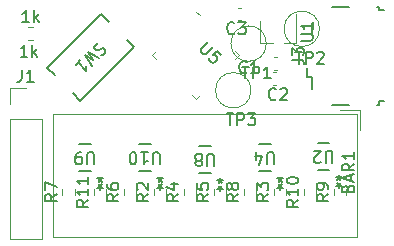
<source format=gbr>
%TF.GenerationSoftware,KiCad,Pcbnew,9.0.3*%
%TF.CreationDate,2025-08-22T13:27:39-06:00*%
%TF.ProjectId,SWAG_BAR_LED_ARM,53574147-5f42-4415-925f-4c45445f4152,rev?*%
%TF.SameCoordinates,Original*%
%TF.FileFunction,Legend,Top*%
%TF.FilePolarity,Positive*%
%FSLAX46Y46*%
G04 Gerber Fmt 4.6, Leading zero omitted, Abs format (unit mm)*
G04 Created by KiCad (PCBNEW 9.0.3) date 2025-08-22 13:27:39*
%MOMM*%
%LPD*%
G01*
G04 APERTURE LIST*
%ADD10C,0.150000*%
%ADD11C,0.120000*%
%ADD12C,0.152400*%
G04 APERTURE END LIST*
D10*
X78570152Y-93825219D02*
X77998724Y-93825219D01*
X78284438Y-93825219D02*
X78284438Y-92825219D01*
X78284438Y-92825219D02*
X78189200Y-92968076D01*
X78189200Y-92968076D02*
X78093962Y-93063314D01*
X78093962Y-93063314D02*
X77998724Y-93110933D01*
X78998724Y-93825219D02*
X78998724Y-92825219D01*
X79093962Y-93444266D02*
X79379676Y-93825219D01*
X79379676Y-93158552D02*
X78998724Y-93539504D01*
X95438095Y-98604819D02*
X96009523Y-98604819D01*
X95723809Y-99604819D02*
X95723809Y-98604819D01*
X96342857Y-99604819D02*
X96342857Y-98604819D01*
X96342857Y-98604819D02*
X96723809Y-98604819D01*
X96723809Y-98604819D02*
X96819047Y-98652438D01*
X96819047Y-98652438D02*
X96866666Y-98700057D01*
X96866666Y-98700057D02*
X96914285Y-98795295D01*
X96914285Y-98795295D02*
X96914285Y-98938152D01*
X96914285Y-98938152D02*
X96866666Y-99033390D01*
X96866666Y-99033390D02*
X96819047Y-99081009D01*
X96819047Y-99081009D02*
X96723809Y-99128628D01*
X96723809Y-99128628D02*
X96342857Y-99128628D01*
X97247619Y-98604819D02*
X97866666Y-98604819D01*
X97866666Y-98604819D02*
X97533333Y-98985771D01*
X97533333Y-98985771D02*
X97676190Y-98985771D01*
X97676190Y-98985771D02*
X97771428Y-99033390D01*
X97771428Y-99033390D02*
X97819047Y-99081009D01*
X97819047Y-99081009D02*
X97866666Y-99176247D01*
X97866666Y-99176247D02*
X97866666Y-99414342D01*
X97866666Y-99414342D02*
X97819047Y-99509580D01*
X97819047Y-99509580D02*
X97771428Y-99557200D01*
X97771428Y-99557200D02*
X97676190Y-99604819D01*
X97676190Y-99604819D02*
X97390476Y-99604819D01*
X97390476Y-99604819D02*
X97295238Y-99557200D01*
X97295238Y-99557200D02*
X97247619Y-99509580D01*
X101238095Y-93404819D02*
X101809523Y-93404819D01*
X101523809Y-94404819D02*
X101523809Y-93404819D01*
X102142857Y-94404819D02*
X102142857Y-93404819D01*
X102142857Y-93404819D02*
X102523809Y-93404819D01*
X102523809Y-93404819D02*
X102619047Y-93452438D01*
X102619047Y-93452438D02*
X102666666Y-93500057D01*
X102666666Y-93500057D02*
X102714285Y-93595295D01*
X102714285Y-93595295D02*
X102714285Y-93738152D01*
X102714285Y-93738152D02*
X102666666Y-93833390D01*
X102666666Y-93833390D02*
X102619047Y-93881009D01*
X102619047Y-93881009D02*
X102523809Y-93928628D01*
X102523809Y-93928628D02*
X102142857Y-93928628D01*
X103095238Y-93500057D02*
X103142857Y-93452438D01*
X103142857Y-93452438D02*
X103238095Y-93404819D01*
X103238095Y-93404819D02*
X103476190Y-93404819D01*
X103476190Y-93404819D02*
X103571428Y-93452438D01*
X103571428Y-93452438D02*
X103619047Y-93500057D01*
X103619047Y-93500057D02*
X103666666Y-93595295D01*
X103666666Y-93595295D02*
X103666666Y-93690533D01*
X103666666Y-93690533D02*
X103619047Y-93833390D01*
X103619047Y-93833390D02*
X103047619Y-94404819D01*
X103047619Y-94404819D02*
X103666666Y-94404819D01*
X96738095Y-94654819D02*
X97309523Y-94654819D01*
X97023809Y-95654819D02*
X97023809Y-94654819D01*
X97642857Y-95654819D02*
X97642857Y-94654819D01*
X97642857Y-94654819D02*
X98023809Y-94654819D01*
X98023809Y-94654819D02*
X98119047Y-94702438D01*
X98119047Y-94702438D02*
X98166666Y-94750057D01*
X98166666Y-94750057D02*
X98214285Y-94845295D01*
X98214285Y-94845295D02*
X98214285Y-94988152D01*
X98214285Y-94988152D02*
X98166666Y-95083390D01*
X98166666Y-95083390D02*
X98119047Y-95131009D01*
X98119047Y-95131009D02*
X98023809Y-95178628D01*
X98023809Y-95178628D02*
X97642857Y-95178628D01*
X99166666Y-95654819D02*
X98595238Y-95654819D01*
X98880952Y-95654819D02*
X98880952Y-94654819D01*
X98880952Y-94654819D02*
X98785714Y-94797676D01*
X98785714Y-94797676D02*
X98690476Y-94892914D01*
X98690476Y-94892914D02*
X98595238Y-94940533D01*
X97128333Y-95101580D02*
X97080714Y-95149200D01*
X97080714Y-95149200D02*
X96937857Y-95196819D01*
X96937857Y-95196819D02*
X96842619Y-95196819D01*
X96842619Y-95196819D02*
X96699762Y-95149200D01*
X96699762Y-95149200D02*
X96604524Y-95053961D01*
X96604524Y-95053961D02*
X96556905Y-94958723D01*
X96556905Y-94958723D02*
X96509286Y-94768247D01*
X96509286Y-94768247D02*
X96509286Y-94625390D01*
X96509286Y-94625390D02*
X96556905Y-94434914D01*
X96556905Y-94434914D02*
X96604524Y-94339676D01*
X96604524Y-94339676D02*
X96699762Y-94244438D01*
X96699762Y-94244438D02*
X96842619Y-94196819D01*
X96842619Y-94196819D02*
X96937857Y-94196819D01*
X96937857Y-94196819D02*
X97080714Y-94244438D01*
X97080714Y-94244438D02*
X97128333Y-94292057D01*
X98080714Y-95196819D02*
X97509286Y-95196819D01*
X97795000Y-95196819D02*
X97795000Y-94196819D01*
X97795000Y-94196819D02*
X97699762Y-94339676D01*
X97699762Y-94339676D02*
X97604524Y-94434914D01*
X97604524Y-94434914D02*
X97509286Y-94482533D01*
X78722552Y-90871219D02*
X78151124Y-90871219D01*
X78436838Y-90871219D02*
X78436838Y-89871219D01*
X78436838Y-89871219D02*
X78341600Y-90014076D01*
X78341600Y-90014076D02*
X78246362Y-90109314D01*
X78246362Y-90109314D02*
X78151124Y-90156933D01*
X79151124Y-90871219D02*
X79151124Y-89871219D01*
X79246362Y-90490266D02*
X79532076Y-90871219D01*
X79532076Y-90204552D02*
X79151124Y-90585504D01*
X100983819Y-94059333D02*
X101698104Y-94059333D01*
X101698104Y-94059333D02*
X101840961Y-94106952D01*
X101840961Y-94106952D02*
X101936200Y-94202190D01*
X101936200Y-94202190D02*
X101983819Y-94345047D01*
X101983819Y-94345047D02*
X101983819Y-94440285D01*
X100983819Y-93678380D02*
X100983819Y-93059333D01*
X100983819Y-93059333D02*
X101364771Y-93392666D01*
X101364771Y-93392666D02*
X101364771Y-93249809D01*
X101364771Y-93249809D02*
X101412390Y-93154571D01*
X101412390Y-93154571D02*
X101460009Y-93106952D01*
X101460009Y-93106952D02*
X101555247Y-93059333D01*
X101555247Y-93059333D02*
X101793342Y-93059333D01*
X101793342Y-93059333D02*
X101888580Y-93106952D01*
X101888580Y-93106952D02*
X101936200Y-93154571D01*
X101936200Y-93154571D02*
X101983819Y-93249809D01*
X101983819Y-93249809D02*
X101983819Y-93535523D01*
X101983819Y-93535523D02*
X101936200Y-93630761D01*
X101936200Y-93630761D02*
X101888580Y-93678380D01*
X84200904Y-102907180D02*
X84200904Y-102097657D01*
X84200904Y-102097657D02*
X84153285Y-102002419D01*
X84153285Y-102002419D02*
X84105666Y-101954800D01*
X84105666Y-101954800D02*
X84010428Y-101907180D01*
X84010428Y-101907180D02*
X83819952Y-101907180D01*
X83819952Y-101907180D02*
X83724714Y-101954800D01*
X83724714Y-101954800D02*
X83677095Y-102002419D01*
X83677095Y-102002419D02*
X83629476Y-102097657D01*
X83629476Y-102097657D02*
X83629476Y-102907180D01*
X83105666Y-101907180D02*
X82915190Y-101907180D01*
X82915190Y-101907180D02*
X82819952Y-101954800D01*
X82819952Y-101954800D02*
X82772333Y-102002419D01*
X82772333Y-102002419D02*
X82677095Y-102145276D01*
X82677095Y-102145276D02*
X82629476Y-102335752D01*
X82629476Y-102335752D02*
X82629476Y-102716704D01*
X82629476Y-102716704D02*
X82677095Y-102811942D01*
X82677095Y-102811942D02*
X82724714Y-102859561D01*
X82724714Y-102859561D02*
X82819952Y-102907180D01*
X82819952Y-102907180D02*
X83010428Y-102907180D01*
X83010428Y-102907180D02*
X83105666Y-102859561D01*
X83105666Y-102859561D02*
X83153285Y-102811942D01*
X83153285Y-102811942D02*
X83200904Y-102716704D01*
X83200904Y-102716704D02*
X83200904Y-102478609D01*
X83200904Y-102478609D02*
X83153285Y-102383371D01*
X83153285Y-102383371D02*
X83105666Y-102335752D01*
X83105666Y-102335752D02*
X83010428Y-102288133D01*
X83010428Y-102288133D02*
X82819952Y-102288133D01*
X82819952Y-102288133D02*
X82724714Y-102335752D01*
X82724714Y-102335752D02*
X82677095Y-102383371D01*
X82677095Y-102383371D02*
X82629476Y-102478609D01*
X84734400Y-103965419D02*
X84734400Y-104203514D01*
X84496305Y-104108276D02*
X84734400Y-104203514D01*
X84734400Y-104203514D02*
X84972495Y-104108276D01*
X84591543Y-104393990D02*
X84734400Y-104203514D01*
X84734400Y-104203514D02*
X84877257Y-104393990D01*
X84734399Y-105055780D02*
X84734399Y-104817685D01*
X84972494Y-104912923D02*
X84734399Y-104817685D01*
X84734399Y-104817685D02*
X84496304Y-104912923D01*
X84877256Y-104627209D02*
X84734399Y-104817685D01*
X84734399Y-104817685D02*
X84591542Y-104627209D01*
X99440904Y-102907180D02*
X99440904Y-102097657D01*
X99440904Y-102097657D02*
X99393285Y-102002419D01*
X99393285Y-102002419D02*
X99345666Y-101954800D01*
X99345666Y-101954800D02*
X99250428Y-101907180D01*
X99250428Y-101907180D02*
X99059952Y-101907180D01*
X99059952Y-101907180D02*
X98964714Y-101954800D01*
X98964714Y-101954800D02*
X98917095Y-102002419D01*
X98917095Y-102002419D02*
X98869476Y-102097657D01*
X98869476Y-102097657D02*
X98869476Y-102907180D01*
X97964714Y-102573847D02*
X97964714Y-101907180D01*
X98202809Y-102954800D02*
X98440904Y-102240514D01*
X98440904Y-102240514D02*
X97821857Y-102240514D01*
X99974399Y-105055780D02*
X99974399Y-104817685D01*
X100212494Y-104912923D02*
X99974399Y-104817685D01*
X99974399Y-104817685D02*
X99736304Y-104912923D01*
X100117256Y-104627209D02*
X99974399Y-104817685D01*
X99974399Y-104817685D02*
X99831542Y-104627209D01*
X99974400Y-103965419D02*
X99974400Y-104203514D01*
X99736305Y-104108276D02*
X99974400Y-104203514D01*
X99974400Y-104203514D02*
X100212495Y-104108276D01*
X99831543Y-104393990D02*
X99974400Y-104203514D01*
X99974400Y-104203514D02*
X100117257Y-104393990D01*
X88813819Y-105449666D02*
X88337628Y-105782999D01*
X88813819Y-106021094D02*
X87813819Y-106021094D01*
X87813819Y-106021094D02*
X87813819Y-105640142D01*
X87813819Y-105640142D02*
X87861438Y-105544904D01*
X87861438Y-105544904D02*
X87909057Y-105497285D01*
X87909057Y-105497285D02*
X88004295Y-105449666D01*
X88004295Y-105449666D02*
X88147152Y-105449666D01*
X88147152Y-105449666D02*
X88242390Y-105497285D01*
X88242390Y-105497285D02*
X88290009Y-105544904D01*
X88290009Y-105544904D02*
X88337628Y-105640142D01*
X88337628Y-105640142D02*
X88337628Y-106021094D01*
X87909057Y-105068713D02*
X87861438Y-105021094D01*
X87861438Y-105021094D02*
X87813819Y-104925856D01*
X87813819Y-104925856D02*
X87813819Y-104687761D01*
X87813819Y-104687761D02*
X87861438Y-104592523D01*
X87861438Y-104592523D02*
X87909057Y-104544904D01*
X87909057Y-104544904D02*
X88004295Y-104497285D01*
X88004295Y-104497285D02*
X88099533Y-104497285D01*
X88099533Y-104497285D02*
X88242390Y-104544904D01*
X88242390Y-104544904D02*
X88813819Y-105116332D01*
X88813819Y-105116332D02*
X88813819Y-104497285D01*
X96099333Y-91799580D02*
X96051714Y-91847200D01*
X96051714Y-91847200D02*
X95908857Y-91894819D01*
X95908857Y-91894819D02*
X95813619Y-91894819D01*
X95813619Y-91894819D02*
X95670762Y-91847200D01*
X95670762Y-91847200D02*
X95575524Y-91751961D01*
X95575524Y-91751961D02*
X95527905Y-91656723D01*
X95527905Y-91656723D02*
X95480286Y-91466247D01*
X95480286Y-91466247D02*
X95480286Y-91323390D01*
X95480286Y-91323390D02*
X95527905Y-91132914D01*
X95527905Y-91132914D02*
X95575524Y-91037676D01*
X95575524Y-91037676D02*
X95670762Y-90942438D01*
X95670762Y-90942438D02*
X95813619Y-90894819D01*
X95813619Y-90894819D02*
X95908857Y-90894819D01*
X95908857Y-90894819D02*
X96051714Y-90942438D01*
X96051714Y-90942438D02*
X96099333Y-90990057D01*
X96432667Y-90894819D02*
X97051714Y-90894819D01*
X97051714Y-90894819D02*
X96718381Y-91275771D01*
X96718381Y-91275771D02*
X96861238Y-91275771D01*
X96861238Y-91275771D02*
X96956476Y-91323390D01*
X96956476Y-91323390D02*
X97004095Y-91371009D01*
X97004095Y-91371009D02*
X97051714Y-91466247D01*
X97051714Y-91466247D02*
X97051714Y-91704342D01*
X97051714Y-91704342D02*
X97004095Y-91799580D01*
X97004095Y-91799580D02*
X96956476Y-91847200D01*
X96956476Y-91847200D02*
X96861238Y-91894819D01*
X96861238Y-91894819D02*
X96575524Y-91894819D01*
X96575524Y-91894819D02*
X96480286Y-91847200D01*
X96480286Y-91847200D02*
X96432667Y-91799580D01*
X81066819Y-105449666D02*
X80590628Y-105782999D01*
X81066819Y-106021094D02*
X80066819Y-106021094D01*
X80066819Y-106021094D02*
X80066819Y-105640142D01*
X80066819Y-105640142D02*
X80114438Y-105544904D01*
X80114438Y-105544904D02*
X80162057Y-105497285D01*
X80162057Y-105497285D02*
X80257295Y-105449666D01*
X80257295Y-105449666D02*
X80400152Y-105449666D01*
X80400152Y-105449666D02*
X80495390Y-105497285D01*
X80495390Y-105497285D02*
X80543009Y-105544904D01*
X80543009Y-105544904D02*
X80590628Y-105640142D01*
X80590628Y-105640142D02*
X80590628Y-106021094D01*
X80066819Y-105116332D02*
X80066819Y-104449666D01*
X80066819Y-104449666D02*
X81066819Y-104878237D01*
X101513819Y-105925857D02*
X101037628Y-106259190D01*
X101513819Y-106497285D02*
X100513819Y-106497285D01*
X100513819Y-106497285D02*
X100513819Y-106116333D01*
X100513819Y-106116333D02*
X100561438Y-106021095D01*
X100561438Y-106021095D02*
X100609057Y-105973476D01*
X100609057Y-105973476D02*
X100704295Y-105925857D01*
X100704295Y-105925857D02*
X100847152Y-105925857D01*
X100847152Y-105925857D02*
X100942390Y-105973476D01*
X100942390Y-105973476D02*
X100990009Y-106021095D01*
X100990009Y-106021095D02*
X101037628Y-106116333D01*
X101037628Y-106116333D02*
X101037628Y-106497285D01*
X101513819Y-104973476D02*
X101513819Y-105544904D01*
X101513819Y-105259190D02*
X100513819Y-105259190D01*
X100513819Y-105259190D02*
X100656676Y-105354428D01*
X100656676Y-105354428D02*
X100751914Y-105449666D01*
X100751914Y-105449666D02*
X100799533Y-105544904D01*
X100513819Y-104354428D02*
X100513819Y-104259190D01*
X100513819Y-104259190D02*
X100561438Y-104163952D01*
X100561438Y-104163952D02*
X100609057Y-104116333D01*
X100609057Y-104116333D02*
X100704295Y-104068714D01*
X100704295Y-104068714D02*
X100894771Y-104021095D01*
X100894771Y-104021095D02*
X101132866Y-104021095D01*
X101132866Y-104021095D02*
X101323342Y-104068714D01*
X101323342Y-104068714D02*
X101418580Y-104116333D01*
X101418580Y-104116333D02*
X101466200Y-104163952D01*
X101466200Y-104163952D02*
X101513819Y-104259190D01*
X101513819Y-104259190D02*
X101513819Y-104354428D01*
X101513819Y-104354428D02*
X101466200Y-104449666D01*
X101466200Y-104449666D02*
X101418580Y-104497285D01*
X101418580Y-104497285D02*
X101323342Y-104544904D01*
X101323342Y-104544904D02*
X101132866Y-104592523D01*
X101132866Y-104592523D02*
X100894771Y-104592523D01*
X100894771Y-104592523D02*
X100704295Y-104544904D01*
X100704295Y-104544904D02*
X100609057Y-104497285D01*
X100609057Y-104497285D02*
X100561438Y-104449666D01*
X100561438Y-104449666D02*
X100513819Y-104354428D01*
X93877554Y-92598550D02*
X93305134Y-93170970D01*
X93305134Y-93170970D02*
X93271462Y-93271985D01*
X93271462Y-93271985D02*
X93271462Y-93339329D01*
X93271462Y-93339329D02*
X93305134Y-93440344D01*
X93305134Y-93440344D02*
X93439821Y-93575031D01*
X93439821Y-93575031D02*
X93540836Y-93608703D01*
X93540836Y-93608703D02*
X93608180Y-93608703D01*
X93608180Y-93608703D02*
X93709195Y-93575031D01*
X93709195Y-93575031D02*
X94281615Y-93002611D01*
X94955050Y-93676046D02*
X94618332Y-93339329D01*
X94618332Y-93339329D02*
X94247943Y-93642375D01*
X94247943Y-93642375D02*
X94315286Y-93642375D01*
X94315286Y-93642375D02*
X94416302Y-93676046D01*
X94416302Y-93676046D02*
X94584660Y-93844405D01*
X94584660Y-93844405D02*
X94618332Y-93945420D01*
X94618332Y-93945420D02*
X94618332Y-94012764D01*
X94618332Y-94012764D02*
X94584660Y-94113779D01*
X94584660Y-94113779D02*
X94416302Y-94282138D01*
X94416302Y-94282138D02*
X94315286Y-94315810D01*
X94315286Y-94315810D02*
X94247943Y-94315810D01*
X94247943Y-94315810D02*
X94146928Y-94282138D01*
X94146928Y-94282138D02*
X93978569Y-94113779D01*
X93978569Y-94113779D02*
X93944897Y-94012764D01*
X93944897Y-94012764D02*
X93944897Y-93945420D01*
X78101866Y-94914819D02*
X78101866Y-95629104D01*
X78101866Y-95629104D02*
X78054247Y-95771961D01*
X78054247Y-95771961D02*
X77959009Y-95867200D01*
X77959009Y-95867200D02*
X77816152Y-95914819D01*
X77816152Y-95914819D02*
X77720914Y-95914819D01*
X79101866Y-95914819D02*
X78530438Y-95914819D01*
X78816152Y-95914819D02*
X78816152Y-94914819D01*
X78816152Y-94914819D02*
X78720914Y-95057676D01*
X78720914Y-95057676D02*
X78625676Y-95152914D01*
X78625676Y-95152914D02*
X78530438Y-95200533D01*
X96433819Y-105449666D02*
X95957628Y-105782999D01*
X96433819Y-106021094D02*
X95433819Y-106021094D01*
X95433819Y-106021094D02*
X95433819Y-105640142D01*
X95433819Y-105640142D02*
X95481438Y-105544904D01*
X95481438Y-105544904D02*
X95529057Y-105497285D01*
X95529057Y-105497285D02*
X95624295Y-105449666D01*
X95624295Y-105449666D02*
X95767152Y-105449666D01*
X95767152Y-105449666D02*
X95862390Y-105497285D01*
X95862390Y-105497285D02*
X95910009Y-105544904D01*
X95910009Y-105544904D02*
X95957628Y-105640142D01*
X95957628Y-105640142D02*
X95957628Y-106021094D01*
X95862390Y-104878237D02*
X95814771Y-104973475D01*
X95814771Y-104973475D02*
X95767152Y-105021094D01*
X95767152Y-105021094D02*
X95671914Y-105068713D01*
X95671914Y-105068713D02*
X95624295Y-105068713D01*
X95624295Y-105068713D02*
X95529057Y-105021094D01*
X95529057Y-105021094D02*
X95481438Y-104973475D01*
X95481438Y-104973475D02*
X95433819Y-104878237D01*
X95433819Y-104878237D02*
X95433819Y-104687761D01*
X95433819Y-104687761D02*
X95481438Y-104592523D01*
X95481438Y-104592523D02*
X95529057Y-104544904D01*
X95529057Y-104544904D02*
X95624295Y-104497285D01*
X95624295Y-104497285D02*
X95671914Y-104497285D01*
X95671914Y-104497285D02*
X95767152Y-104544904D01*
X95767152Y-104544904D02*
X95814771Y-104592523D01*
X95814771Y-104592523D02*
X95862390Y-104687761D01*
X95862390Y-104687761D02*
X95862390Y-104878237D01*
X95862390Y-104878237D02*
X95910009Y-104973475D01*
X95910009Y-104973475D02*
X95957628Y-105021094D01*
X95957628Y-105021094D02*
X96052866Y-105068713D01*
X96052866Y-105068713D02*
X96243342Y-105068713D01*
X96243342Y-105068713D02*
X96338580Y-105021094D01*
X96338580Y-105021094D02*
X96386200Y-104973475D01*
X96386200Y-104973475D02*
X96433819Y-104878237D01*
X96433819Y-104878237D02*
X96433819Y-104687761D01*
X96433819Y-104687761D02*
X96386200Y-104592523D01*
X96386200Y-104592523D02*
X96338580Y-104544904D01*
X96338580Y-104544904D02*
X96243342Y-104497285D01*
X96243342Y-104497285D02*
X96052866Y-104497285D01*
X96052866Y-104497285D02*
X95957628Y-104544904D01*
X95957628Y-104544904D02*
X95910009Y-104592523D01*
X95910009Y-104592523D02*
X95862390Y-104687761D01*
X91353819Y-105449666D02*
X90877628Y-105782999D01*
X91353819Y-106021094D02*
X90353819Y-106021094D01*
X90353819Y-106021094D02*
X90353819Y-105640142D01*
X90353819Y-105640142D02*
X90401438Y-105544904D01*
X90401438Y-105544904D02*
X90449057Y-105497285D01*
X90449057Y-105497285D02*
X90544295Y-105449666D01*
X90544295Y-105449666D02*
X90687152Y-105449666D01*
X90687152Y-105449666D02*
X90782390Y-105497285D01*
X90782390Y-105497285D02*
X90830009Y-105544904D01*
X90830009Y-105544904D02*
X90877628Y-105640142D01*
X90877628Y-105640142D02*
X90877628Y-106021094D01*
X90687152Y-104592523D02*
X91353819Y-104592523D01*
X90306200Y-104830618D02*
X91020485Y-105068713D01*
X91020485Y-105068713D02*
X91020485Y-104449666D01*
X83733819Y-105925857D02*
X83257628Y-106259190D01*
X83733819Y-106497285D02*
X82733819Y-106497285D01*
X82733819Y-106497285D02*
X82733819Y-106116333D01*
X82733819Y-106116333D02*
X82781438Y-106021095D01*
X82781438Y-106021095D02*
X82829057Y-105973476D01*
X82829057Y-105973476D02*
X82924295Y-105925857D01*
X82924295Y-105925857D02*
X83067152Y-105925857D01*
X83067152Y-105925857D02*
X83162390Y-105973476D01*
X83162390Y-105973476D02*
X83210009Y-106021095D01*
X83210009Y-106021095D02*
X83257628Y-106116333D01*
X83257628Y-106116333D02*
X83257628Y-106497285D01*
X83733819Y-104973476D02*
X83733819Y-105544904D01*
X83733819Y-105259190D02*
X82733819Y-105259190D01*
X82733819Y-105259190D02*
X82876676Y-105354428D01*
X82876676Y-105354428D02*
X82971914Y-105449666D01*
X82971914Y-105449666D02*
X83019533Y-105544904D01*
X83733819Y-104021095D02*
X83733819Y-104592523D01*
X83733819Y-104306809D02*
X82733819Y-104306809D01*
X82733819Y-104306809D02*
X82876676Y-104402047D01*
X82876676Y-104402047D02*
X82971914Y-104497285D01*
X82971914Y-104497285D02*
X83019533Y-104592523D01*
X104053819Y-105449666D02*
X103577628Y-105782999D01*
X104053819Y-106021094D02*
X103053819Y-106021094D01*
X103053819Y-106021094D02*
X103053819Y-105640142D01*
X103053819Y-105640142D02*
X103101438Y-105544904D01*
X103101438Y-105544904D02*
X103149057Y-105497285D01*
X103149057Y-105497285D02*
X103244295Y-105449666D01*
X103244295Y-105449666D02*
X103387152Y-105449666D01*
X103387152Y-105449666D02*
X103482390Y-105497285D01*
X103482390Y-105497285D02*
X103530009Y-105544904D01*
X103530009Y-105544904D02*
X103577628Y-105640142D01*
X103577628Y-105640142D02*
X103577628Y-106021094D01*
X104053819Y-104973475D02*
X104053819Y-104782999D01*
X104053819Y-104782999D02*
X104006200Y-104687761D01*
X104006200Y-104687761D02*
X103958580Y-104640142D01*
X103958580Y-104640142D02*
X103815723Y-104544904D01*
X103815723Y-104544904D02*
X103625247Y-104497285D01*
X103625247Y-104497285D02*
X103244295Y-104497285D01*
X103244295Y-104497285D02*
X103149057Y-104544904D01*
X103149057Y-104544904D02*
X103101438Y-104592523D01*
X103101438Y-104592523D02*
X103053819Y-104687761D01*
X103053819Y-104687761D02*
X103053819Y-104878237D01*
X103053819Y-104878237D02*
X103101438Y-104973475D01*
X103101438Y-104973475D02*
X103149057Y-105021094D01*
X103149057Y-105021094D02*
X103244295Y-105068713D01*
X103244295Y-105068713D02*
X103482390Y-105068713D01*
X103482390Y-105068713D02*
X103577628Y-105021094D01*
X103577628Y-105021094D02*
X103625247Y-104973475D01*
X103625247Y-104973475D02*
X103672866Y-104878237D01*
X103672866Y-104878237D02*
X103672866Y-104687761D01*
X103672866Y-104687761D02*
X103625247Y-104592523D01*
X103625247Y-104592523D02*
X103577628Y-104544904D01*
X103577628Y-104544904D02*
X103482390Y-104497285D01*
X84576474Y-92647657D02*
X84441787Y-92715000D01*
X84441787Y-92715000D02*
X84273429Y-92883359D01*
X84273429Y-92883359D02*
X84239757Y-92984374D01*
X84239757Y-92984374D02*
X84239757Y-93051718D01*
X84239757Y-93051718D02*
X84273429Y-93152733D01*
X84273429Y-93152733D02*
X84340772Y-93220077D01*
X84340772Y-93220077D02*
X84441787Y-93253748D01*
X84441787Y-93253748D02*
X84509131Y-93253748D01*
X84509131Y-93253748D02*
X84610146Y-93220077D01*
X84610146Y-93220077D02*
X84778505Y-93119061D01*
X84778505Y-93119061D02*
X84879520Y-93085390D01*
X84879520Y-93085390D02*
X84946864Y-93085390D01*
X84946864Y-93085390D02*
X85047879Y-93119061D01*
X85047879Y-93119061D02*
X85115222Y-93186405D01*
X85115222Y-93186405D02*
X85148894Y-93287420D01*
X85148894Y-93287420D02*
X85148894Y-93354764D01*
X85148894Y-93354764D02*
X85115222Y-93455779D01*
X85115222Y-93455779D02*
X84946864Y-93624138D01*
X84946864Y-93624138D02*
X84812177Y-93691481D01*
X84610146Y-93960855D02*
X83734680Y-93422107D01*
X83734680Y-93422107D02*
X84105070Y-94061871D01*
X84105070Y-94061871D02*
X83465306Y-93691481D01*
X83465306Y-93691481D02*
X84004054Y-94566947D01*
X82657185Y-94499603D02*
X83061246Y-94095542D01*
X82859215Y-94297573D02*
X83566322Y-95004679D01*
X83566322Y-95004679D02*
X83532650Y-94836321D01*
X83532650Y-94836321D02*
X83532650Y-94701634D01*
X83532650Y-94701634D02*
X83566322Y-94600618D01*
X104393904Y-102780180D02*
X104393904Y-101970657D01*
X104393904Y-101970657D02*
X104346285Y-101875419D01*
X104346285Y-101875419D02*
X104298666Y-101827800D01*
X104298666Y-101827800D02*
X104203428Y-101780180D01*
X104203428Y-101780180D02*
X104012952Y-101780180D01*
X104012952Y-101780180D02*
X103917714Y-101827800D01*
X103917714Y-101827800D02*
X103870095Y-101875419D01*
X103870095Y-101875419D02*
X103822476Y-101970657D01*
X103822476Y-101970657D02*
X103822476Y-102780180D01*
X103393904Y-102684942D02*
X103346285Y-102732561D01*
X103346285Y-102732561D02*
X103251047Y-102780180D01*
X103251047Y-102780180D02*
X103012952Y-102780180D01*
X103012952Y-102780180D02*
X102917714Y-102732561D01*
X102917714Y-102732561D02*
X102870095Y-102684942D01*
X102870095Y-102684942D02*
X102822476Y-102589704D01*
X102822476Y-102589704D02*
X102822476Y-102494466D01*
X102822476Y-102494466D02*
X102870095Y-102351609D01*
X102870095Y-102351609D02*
X103441523Y-101780180D01*
X103441523Y-101780180D02*
X102822476Y-101780180D01*
X104927400Y-103838419D02*
X104927400Y-104076514D01*
X104689305Y-103981276D02*
X104927400Y-104076514D01*
X104927400Y-104076514D02*
X105165495Y-103981276D01*
X104784543Y-104266990D02*
X104927400Y-104076514D01*
X104927400Y-104076514D02*
X105070257Y-104266990D01*
X104927399Y-104928780D02*
X104927399Y-104690685D01*
X105165494Y-104785923D02*
X104927399Y-104690685D01*
X104927399Y-104690685D02*
X104689304Y-104785923D01*
X105070256Y-104500209D02*
X104927399Y-104690685D01*
X104927399Y-104690685D02*
X104784542Y-104500209D01*
X89757094Y-102907180D02*
X89757094Y-102097657D01*
X89757094Y-102097657D02*
X89709475Y-102002419D01*
X89709475Y-102002419D02*
X89661856Y-101954800D01*
X89661856Y-101954800D02*
X89566618Y-101907180D01*
X89566618Y-101907180D02*
X89376142Y-101907180D01*
X89376142Y-101907180D02*
X89280904Y-101954800D01*
X89280904Y-101954800D02*
X89233285Y-102002419D01*
X89233285Y-102002419D02*
X89185666Y-102097657D01*
X89185666Y-102097657D02*
X89185666Y-102907180D01*
X88185666Y-101907180D02*
X88757094Y-101907180D01*
X88471380Y-101907180D02*
X88471380Y-102907180D01*
X88471380Y-102907180D02*
X88566618Y-102764323D01*
X88566618Y-102764323D02*
X88661856Y-102669085D01*
X88661856Y-102669085D02*
X88757094Y-102621466D01*
X87566618Y-102907180D02*
X87471380Y-102907180D01*
X87471380Y-102907180D02*
X87376142Y-102859561D01*
X87376142Y-102859561D02*
X87328523Y-102811942D01*
X87328523Y-102811942D02*
X87280904Y-102716704D01*
X87280904Y-102716704D02*
X87233285Y-102526228D01*
X87233285Y-102526228D02*
X87233285Y-102288133D01*
X87233285Y-102288133D02*
X87280904Y-102097657D01*
X87280904Y-102097657D02*
X87328523Y-102002419D01*
X87328523Y-102002419D02*
X87376142Y-101954800D01*
X87376142Y-101954800D02*
X87471380Y-101907180D01*
X87471380Y-101907180D02*
X87566618Y-101907180D01*
X87566618Y-101907180D02*
X87661856Y-101954800D01*
X87661856Y-101954800D02*
X87709475Y-102002419D01*
X87709475Y-102002419D02*
X87757094Y-102097657D01*
X87757094Y-102097657D02*
X87804713Y-102288133D01*
X87804713Y-102288133D02*
X87804713Y-102526228D01*
X87804713Y-102526228D02*
X87757094Y-102716704D01*
X87757094Y-102716704D02*
X87709475Y-102811942D01*
X87709475Y-102811942D02*
X87661856Y-102859561D01*
X87661856Y-102859561D02*
X87566618Y-102907180D01*
X89814399Y-105055780D02*
X89814399Y-104817685D01*
X90052494Y-104912923D02*
X89814399Y-104817685D01*
X89814399Y-104817685D02*
X89576304Y-104912923D01*
X89957256Y-104627209D02*
X89814399Y-104817685D01*
X89814399Y-104817685D02*
X89671542Y-104627209D01*
X89814400Y-103965419D02*
X89814400Y-104203514D01*
X89576305Y-104108276D02*
X89814400Y-104203514D01*
X89814400Y-104203514D02*
X90052495Y-104108276D01*
X89671543Y-104393990D02*
X89814400Y-104203514D01*
X89814400Y-104203514D02*
X89957257Y-104393990D01*
X99604533Y-97387580D02*
X99556914Y-97435200D01*
X99556914Y-97435200D02*
X99414057Y-97482819D01*
X99414057Y-97482819D02*
X99318819Y-97482819D01*
X99318819Y-97482819D02*
X99175962Y-97435200D01*
X99175962Y-97435200D02*
X99080724Y-97339961D01*
X99080724Y-97339961D02*
X99033105Y-97244723D01*
X99033105Y-97244723D02*
X98985486Y-97054247D01*
X98985486Y-97054247D02*
X98985486Y-96911390D01*
X98985486Y-96911390D02*
X99033105Y-96720914D01*
X99033105Y-96720914D02*
X99080724Y-96625676D01*
X99080724Y-96625676D02*
X99175962Y-96530438D01*
X99175962Y-96530438D02*
X99318819Y-96482819D01*
X99318819Y-96482819D02*
X99414057Y-96482819D01*
X99414057Y-96482819D02*
X99556914Y-96530438D01*
X99556914Y-96530438D02*
X99604533Y-96578057D01*
X99985486Y-96578057D02*
X100033105Y-96530438D01*
X100033105Y-96530438D02*
X100128343Y-96482819D01*
X100128343Y-96482819D02*
X100366438Y-96482819D01*
X100366438Y-96482819D02*
X100461676Y-96530438D01*
X100461676Y-96530438D02*
X100509295Y-96578057D01*
X100509295Y-96578057D02*
X100556914Y-96673295D01*
X100556914Y-96673295D02*
X100556914Y-96768533D01*
X100556914Y-96768533D02*
X100509295Y-96911390D01*
X100509295Y-96911390D02*
X99937867Y-97482819D01*
X99937867Y-97482819D02*
X100556914Y-97482819D01*
X93893819Y-105449666D02*
X93417628Y-105782999D01*
X93893819Y-106021094D02*
X92893819Y-106021094D01*
X92893819Y-106021094D02*
X92893819Y-105640142D01*
X92893819Y-105640142D02*
X92941438Y-105544904D01*
X92941438Y-105544904D02*
X92989057Y-105497285D01*
X92989057Y-105497285D02*
X93084295Y-105449666D01*
X93084295Y-105449666D02*
X93227152Y-105449666D01*
X93227152Y-105449666D02*
X93322390Y-105497285D01*
X93322390Y-105497285D02*
X93370009Y-105544904D01*
X93370009Y-105544904D02*
X93417628Y-105640142D01*
X93417628Y-105640142D02*
X93417628Y-106021094D01*
X92893819Y-104544904D02*
X92893819Y-105021094D01*
X92893819Y-105021094D02*
X93370009Y-105068713D01*
X93370009Y-105068713D02*
X93322390Y-105021094D01*
X93322390Y-105021094D02*
X93274771Y-104925856D01*
X93274771Y-104925856D02*
X93274771Y-104687761D01*
X93274771Y-104687761D02*
X93322390Y-104592523D01*
X93322390Y-104592523D02*
X93370009Y-104544904D01*
X93370009Y-104544904D02*
X93465247Y-104497285D01*
X93465247Y-104497285D02*
X93703342Y-104497285D01*
X93703342Y-104497285D02*
X93798580Y-104544904D01*
X93798580Y-104544904D02*
X93846200Y-104592523D01*
X93846200Y-104592523D02*
X93893819Y-104687761D01*
X93893819Y-104687761D02*
X93893819Y-104925856D01*
X93893819Y-104925856D02*
X93846200Y-105021094D01*
X93846200Y-105021094D02*
X93798580Y-105068713D01*
X86273819Y-105449666D02*
X85797628Y-105782999D01*
X86273819Y-106021094D02*
X85273819Y-106021094D01*
X85273819Y-106021094D02*
X85273819Y-105640142D01*
X85273819Y-105640142D02*
X85321438Y-105544904D01*
X85321438Y-105544904D02*
X85369057Y-105497285D01*
X85369057Y-105497285D02*
X85464295Y-105449666D01*
X85464295Y-105449666D02*
X85607152Y-105449666D01*
X85607152Y-105449666D02*
X85702390Y-105497285D01*
X85702390Y-105497285D02*
X85750009Y-105544904D01*
X85750009Y-105544904D02*
X85797628Y-105640142D01*
X85797628Y-105640142D02*
X85797628Y-106021094D01*
X85273819Y-104592523D02*
X85273819Y-104782999D01*
X85273819Y-104782999D02*
X85321438Y-104878237D01*
X85321438Y-104878237D02*
X85369057Y-104925856D01*
X85369057Y-104925856D02*
X85511914Y-105021094D01*
X85511914Y-105021094D02*
X85702390Y-105068713D01*
X85702390Y-105068713D02*
X86083342Y-105068713D01*
X86083342Y-105068713D02*
X86178580Y-105021094D01*
X86178580Y-105021094D02*
X86226200Y-104973475D01*
X86226200Y-104973475D02*
X86273819Y-104878237D01*
X86273819Y-104878237D02*
X86273819Y-104687761D01*
X86273819Y-104687761D02*
X86226200Y-104592523D01*
X86226200Y-104592523D02*
X86178580Y-104544904D01*
X86178580Y-104544904D02*
X86083342Y-104497285D01*
X86083342Y-104497285D02*
X85845247Y-104497285D01*
X85845247Y-104497285D02*
X85750009Y-104544904D01*
X85750009Y-104544904D02*
X85702390Y-104592523D01*
X85702390Y-104592523D02*
X85654771Y-104687761D01*
X85654771Y-104687761D02*
X85654771Y-104878237D01*
X85654771Y-104878237D02*
X85702390Y-104973475D01*
X85702390Y-104973475D02*
X85750009Y-105021094D01*
X85750009Y-105021094D02*
X85845247Y-105068713D01*
X101726819Y-92455904D02*
X102536342Y-92455904D01*
X102536342Y-92455904D02*
X102631580Y-92408285D01*
X102631580Y-92408285D02*
X102679200Y-92360666D01*
X102679200Y-92360666D02*
X102726819Y-92265428D01*
X102726819Y-92265428D02*
X102726819Y-92074952D01*
X102726819Y-92074952D02*
X102679200Y-91979714D01*
X102679200Y-91979714D02*
X102631580Y-91932095D01*
X102631580Y-91932095D02*
X102536342Y-91884476D01*
X102536342Y-91884476D02*
X101726819Y-91884476D01*
X102726819Y-90884476D02*
X102726819Y-91455904D01*
X102726819Y-91170190D02*
X101726819Y-91170190D01*
X101726819Y-91170190D02*
X101869676Y-91265428D01*
X101869676Y-91265428D02*
X101964914Y-91360666D01*
X101964914Y-91360666D02*
X102012533Y-91455904D01*
X98973819Y-105449666D02*
X98497628Y-105782999D01*
X98973819Y-106021094D02*
X97973819Y-106021094D01*
X97973819Y-106021094D02*
X97973819Y-105640142D01*
X97973819Y-105640142D02*
X98021438Y-105544904D01*
X98021438Y-105544904D02*
X98069057Y-105497285D01*
X98069057Y-105497285D02*
X98164295Y-105449666D01*
X98164295Y-105449666D02*
X98307152Y-105449666D01*
X98307152Y-105449666D02*
X98402390Y-105497285D01*
X98402390Y-105497285D02*
X98450009Y-105544904D01*
X98450009Y-105544904D02*
X98497628Y-105640142D01*
X98497628Y-105640142D02*
X98497628Y-106021094D01*
X97973819Y-105116332D02*
X97973819Y-104497285D01*
X97973819Y-104497285D02*
X98354771Y-104830618D01*
X98354771Y-104830618D02*
X98354771Y-104687761D01*
X98354771Y-104687761D02*
X98402390Y-104592523D01*
X98402390Y-104592523D02*
X98450009Y-104544904D01*
X98450009Y-104544904D02*
X98545247Y-104497285D01*
X98545247Y-104497285D02*
X98783342Y-104497285D01*
X98783342Y-104497285D02*
X98878580Y-104544904D01*
X98878580Y-104544904D02*
X98926200Y-104592523D01*
X98926200Y-104592523D02*
X98973819Y-104687761D01*
X98973819Y-104687761D02*
X98973819Y-104973475D01*
X98973819Y-104973475D02*
X98926200Y-105068713D01*
X98926200Y-105068713D02*
X98878580Y-105116332D01*
X94360904Y-103034180D02*
X94360904Y-102224657D01*
X94360904Y-102224657D02*
X94313285Y-102129419D01*
X94313285Y-102129419D02*
X94265666Y-102081800D01*
X94265666Y-102081800D02*
X94170428Y-102034180D01*
X94170428Y-102034180D02*
X93979952Y-102034180D01*
X93979952Y-102034180D02*
X93884714Y-102081800D01*
X93884714Y-102081800D02*
X93837095Y-102129419D01*
X93837095Y-102129419D02*
X93789476Y-102224657D01*
X93789476Y-102224657D02*
X93789476Y-103034180D01*
X93170428Y-102605609D02*
X93265666Y-102653228D01*
X93265666Y-102653228D02*
X93313285Y-102700847D01*
X93313285Y-102700847D02*
X93360904Y-102796085D01*
X93360904Y-102796085D02*
X93360904Y-102843704D01*
X93360904Y-102843704D02*
X93313285Y-102938942D01*
X93313285Y-102938942D02*
X93265666Y-102986561D01*
X93265666Y-102986561D02*
X93170428Y-103034180D01*
X93170428Y-103034180D02*
X92979952Y-103034180D01*
X92979952Y-103034180D02*
X92884714Y-102986561D01*
X92884714Y-102986561D02*
X92837095Y-102938942D01*
X92837095Y-102938942D02*
X92789476Y-102843704D01*
X92789476Y-102843704D02*
X92789476Y-102796085D01*
X92789476Y-102796085D02*
X92837095Y-102700847D01*
X92837095Y-102700847D02*
X92884714Y-102653228D01*
X92884714Y-102653228D02*
X92979952Y-102605609D01*
X92979952Y-102605609D02*
X93170428Y-102605609D01*
X93170428Y-102605609D02*
X93265666Y-102557990D01*
X93265666Y-102557990D02*
X93313285Y-102510371D01*
X93313285Y-102510371D02*
X93360904Y-102415133D01*
X93360904Y-102415133D02*
X93360904Y-102224657D01*
X93360904Y-102224657D02*
X93313285Y-102129419D01*
X93313285Y-102129419D02*
X93265666Y-102081800D01*
X93265666Y-102081800D02*
X93170428Y-102034180D01*
X93170428Y-102034180D02*
X92979952Y-102034180D01*
X92979952Y-102034180D02*
X92884714Y-102081800D01*
X92884714Y-102081800D02*
X92837095Y-102129419D01*
X92837095Y-102129419D02*
X92789476Y-102224657D01*
X92789476Y-102224657D02*
X92789476Y-102415133D01*
X92789476Y-102415133D02*
X92837095Y-102510371D01*
X92837095Y-102510371D02*
X92884714Y-102557990D01*
X92884714Y-102557990D02*
X92979952Y-102605609D01*
X94894400Y-104092419D02*
X94894400Y-104330514D01*
X94656305Y-104235276D02*
X94894400Y-104330514D01*
X94894400Y-104330514D02*
X95132495Y-104235276D01*
X94751543Y-104520990D02*
X94894400Y-104330514D01*
X94894400Y-104330514D02*
X95037257Y-104520990D01*
X94894399Y-105182780D02*
X94894399Y-104944685D01*
X95132494Y-105039923D02*
X94894399Y-104944685D01*
X94894399Y-104944685D02*
X94656304Y-105039923D01*
X95037256Y-104754209D02*
X94894399Y-104944685D01*
X94894399Y-104944685D02*
X94751542Y-104754209D01*
X105722009Y-104965333D02*
X105769628Y-104822476D01*
X105769628Y-104822476D02*
X105817247Y-104774857D01*
X105817247Y-104774857D02*
X105912485Y-104727238D01*
X105912485Y-104727238D02*
X106055342Y-104727238D01*
X106055342Y-104727238D02*
X106150580Y-104774857D01*
X106150580Y-104774857D02*
X106198200Y-104822476D01*
X106198200Y-104822476D02*
X106245819Y-104917714D01*
X106245819Y-104917714D02*
X106245819Y-105298666D01*
X106245819Y-105298666D02*
X105245819Y-105298666D01*
X105245819Y-105298666D02*
X105245819Y-104965333D01*
X105245819Y-104965333D02*
X105293438Y-104870095D01*
X105293438Y-104870095D02*
X105341057Y-104822476D01*
X105341057Y-104822476D02*
X105436295Y-104774857D01*
X105436295Y-104774857D02*
X105531533Y-104774857D01*
X105531533Y-104774857D02*
X105626771Y-104822476D01*
X105626771Y-104822476D02*
X105674390Y-104870095D01*
X105674390Y-104870095D02*
X105722009Y-104965333D01*
X105722009Y-104965333D02*
X105722009Y-105298666D01*
X105960104Y-104346285D02*
X105960104Y-103870095D01*
X106245819Y-104441523D02*
X105245819Y-104108190D01*
X105245819Y-104108190D02*
X106245819Y-103774857D01*
X106245819Y-102870095D02*
X105769628Y-103203428D01*
X106245819Y-103441523D02*
X105245819Y-103441523D01*
X105245819Y-103441523D02*
X105245819Y-103060571D01*
X105245819Y-103060571D02*
X105293438Y-102965333D01*
X105293438Y-102965333D02*
X105341057Y-102917714D01*
X105341057Y-102917714D02*
X105436295Y-102870095D01*
X105436295Y-102870095D02*
X105579152Y-102870095D01*
X105579152Y-102870095D02*
X105674390Y-102917714D01*
X105674390Y-102917714D02*
X105722009Y-102965333D01*
X105722009Y-102965333D02*
X105769628Y-103060571D01*
X105769628Y-103060571D02*
X105769628Y-103441523D01*
X106245819Y-101917714D02*
X106245819Y-102489142D01*
X106245819Y-102203428D02*
X105245819Y-102203428D01*
X105245819Y-102203428D02*
X105388676Y-102298666D01*
X105388676Y-102298666D02*
X105483914Y-102393904D01*
X105483914Y-102393904D02*
X105531533Y-102489142D01*
D11*
%TO.C,TP3*%
X97500000Y-96650000D02*
G75*
G02*
X94500000Y-96650000I-1500000J0D01*
G01*
X94500000Y-96650000D02*
G75*
G02*
X97500000Y-96650000I1500000J0D01*
G01*
%TO.C,TP2*%
X103300000Y-91450000D02*
G75*
G02*
X100300000Y-91450000I-1500000J0D01*
G01*
X100300000Y-91450000D02*
G75*
G02*
X103300000Y-91450000I1500000J0D01*
G01*
%TO.C,TP1*%
X98800000Y-92700000D02*
G75*
G02*
X95800000Y-92700000I-1500000J0D01*
G01*
X95800000Y-92700000D02*
G75*
G02*
X98800000Y-92700000I1500000J0D01*
G01*
%TO.C,C1*%
X99440420Y-93876400D02*
X99721580Y-93876400D01*
X99440420Y-94896400D02*
X99721580Y-94896400D01*
%TO.C,R12*%
X79078858Y-92368900D02*
X78604342Y-92368900D01*
X79078858Y-91323900D02*
X78604342Y-91323900D01*
D10*
%TO.C,J3*%
X104379000Y-97876000D02*
X105779000Y-97876000D01*
X108179000Y-97876000D02*
X108329000Y-97876000D01*
X108329000Y-97876000D02*
X108329000Y-97576000D01*
X108329000Y-97576000D02*
X108779000Y-97576000D01*
X102204000Y-95526000D02*
X102629000Y-95526000D01*
X102629000Y-95526000D02*
X102629000Y-96526000D01*
X102204000Y-94801000D02*
X102204000Y-95526000D01*
X102629000Y-91926000D02*
X102629000Y-90926000D01*
X108329000Y-89876000D02*
X108329000Y-89576000D01*
X108779000Y-89876000D02*
X108329000Y-89876000D01*
X105779000Y-89576000D02*
X104379000Y-89576000D01*
X108329000Y-89576000D02*
X108179000Y-89576000D01*
D12*
%TO.C,U9*%
X83922704Y-101231700D02*
X82955296Y-101231700D01*
X82955296Y-103492300D02*
X83922704Y-103492300D01*
%TO.C,U4*%
X99162704Y-101231700D02*
X98195296Y-101231700D01*
X98195296Y-103492300D02*
X99162704Y-103492300D01*
D11*
%TO.C,R2*%
X89266500Y-105520258D02*
X89266500Y-105045742D01*
X90311500Y-105520258D02*
X90311500Y-105045742D01*
%TO.C,C3*%
X96379420Y-89710800D02*
X96660580Y-89710800D01*
X96379420Y-90730800D02*
X96660580Y-90730800D01*
%TO.C,R7*%
X81519500Y-105520258D02*
X81519500Y-105045742D01*
X82564500Y-105520258D02*
X82564500Y-105045742D01*
%TO.C,R10*%
X101966500Y-105520258D02*
X101966500Y-105045742D01*
X103011500Y-105520258D02*
X103011500Y-105045742D01*
%TO.C,U5*%
X89120503Y-93675200D02*
X89456378Y-93339324D01*
X93147476Y-90319978D02*
X92811600Y-89984103D01*
X89456378Y-94011076D02*
X89120503Y-93675200D01*
X96166822Y-93339324D02*
X96502697Y-93675200D01*
X92475724Y-97030422D02*
X92811600Y-97366297D01*
X96502697Y-93675200D02*
X96166822Y-94011076D01*
X92811600Y-97366297D02*
X93147476Y-97030422D01*
%TO.C,J1*%
X77105200Y-96460000D02*
X78435200Y-96460000D01*
X77105200Y-97790000D02*
X77105200Y-96460000D01*
X77105200Y-99060000D02*
X77105200Y-109280000D01*
X77105200Y-99060000D02*
X79765200Y-99060000D01*
X77105200Y-109280000D02*
X79765200Y-109280000D01*
X79765200Y-99060000D02*
X79765200Y-109280000D01*
%TO.C,R8*%
X96886500Y-105520258D02*
X96886500Y-105045742D01*
X97931500Y-105520258D02*
X97931500Y-105045742D01*
%TO.C,R4*%
X91806500Y-105520258D02*
X91806500Y-105045742D01*
X92851500Y-105520258D02*
X92851500Y-105045742D01*
%TO.C,R11*%
X84186500Y-105520258D02*
X84186500Y-105045742D01*
X85231500Y-105520258D02*
X85231500Y-105045742D01*
%TO.C,R9*%
X104506500Y-105520258D02*
X104506500Y-105045742D01*
X105551500Y-105520258D02*
X105551500Y-105045742D01*
D12*
%TO.C,SW1*%
X87603505Y-92998335D02*
X86967703Y-92362533D01*
X85437467Y-90832297D02*
X84801665Y-90196495D01*
X84801665Y-90196495D02*
X80239695Y-94758465D01*
X83041535Y-97560305D02*
X87603505Y-92998335D01*
X82405733Y-96924503D02*
X83041535Y-97560305D01*
X80239695Y-94758465D02*
X80875497Y-95394267D01*
%TO.C,U2*%
X104115704Y-101104700D02*
X103148296Y-101104700D01*
X103148296Y-103365300D02*
X104115704Y-103365300D01*
%TO.C,U10*%
X89002704Y-101231700D02*
X88035296Y-101231700D01*
X88035296Y-103492300D02*
X89002704Y-103492300D01*
D11*
%TO.C,C2*%
X99376620Y-95146400D02*
X99657780Y-95146400D01*
X99376620Y-96166400D02*
X99657780Y-96166400D01*
%TO.C,R5*%
X94346500Y-105520258D02*
X94346500Y-105045742D01*
X95391500Y-105520258D02*
X95391500Y-105045742D01*
%TO.C,R6*%
X86726500Y-105520258D02*
X86726500Y-105045742D01*
X87771500Y-105520258D02*
X87771500Y-105045742D01*
%TO.C,U1*%
X101332000Y-92624000D02*
X101332000Y-90194000D01*
X101322000Y-92644000D02*
X100322000Y-92644000D01*
X99322000Y-92644000D02*
X98272000Y-92644000D01*
X98272000Y-92644000D02*
X98272000Y-90794000D01*
%TO.C,R3*%
X99426500Y-105520258D02*
X99426500Y-105045742D01*
X100471500Y-105520258D02*
X100471500Y-105045742D01*
D12*
%TO.C,U8*%
X94082704Y-101358700D02*
X93115296Y-101358700D01*
X93115296Y-103619300D02*
X94082704Y-103619300D01*
D11*
%TO.C,BAR1*%
X106748500Y-98356500D02*
X105048500Y-98356500D01*
X106458500Y-98646500D02*
X106458500Y-109086500D01*
X80778500Y-98646500D02*
X106458500Y-98646500D01*
X106748500Y-100056500D02*
X106748500Y-98356500D01*
X106458500Y-109086500D02*
X80778500Y-109086500D01*
X80778500Y-109086500D02*
X80778500Y-98646500D01*
%TD*%
M02*

</source>
